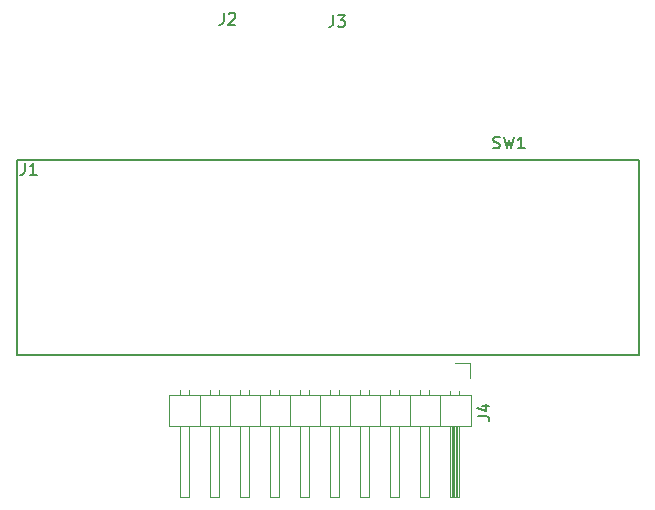
<source format=gbr>
G04 #@! TF.FileFunction,Legend,Top*
%FSLAX46Y46*%
G04 Gerber Fmt 4.6, Leading zero omitted, Abs format (unit mm)*
G04 Created by KiCad (PCBNEW 4.0.7-e2-6376~61~ubuntu18.04.1) date Fri Dec 20 20:00:32 2019*
%MOMM*%
%LPD*%
G01*
G04 APERTURE LIST*
%ADD10C,0.100000*%
%ADD11C,0.150000*%
%ADD12C,0.120000*%
G04 APERTURE END LIST*
D10*
D11*
X122080000Y-80535000D02*
X122080000Y-97045000D01*
X122080000Y-80535000D02*
X174780000Y-80535000D01*
X122080000Y-97045000D02*
X174780000Y-97045000D01*
X174785000Y-80535000D02*
X174785000Y-97035000D01*
D12*
X160524500Y-100436500D02*
X135004500Y-100436500D01*
X135004500Y-100436500D02*
X135004500Y-103096500D01*
X135004500Y-103096500D02*
X160524500Y-103096500D01*
X160524500Y-103096500D02*
X160524500Y-100436500D01*
X159574500Y-103096500D02*
X159574500Y-109096500D01*
X159574500Y-109096500D02*
X158814500Y-109096500D01*
X158814500Y-109096500D02*
X158814500Y-103096500D01*
X159514500Y-103096500D02*
X159514500Y-109096500D01*
X159394500Y-103096500D02*
X159394500Y-109096500D01*
X159274500Y-103096500D02*
X159274500Y-109096500D01*
X159154500Y-103096500D02*
X159154500Y-109096500D01*
X159034500Y-103096500D02*
X159034500Y-109096500D01*
X158914500Y-103096500D02*
X158914500Y-109096500D01*
X159574500Y-100106500D02*
X159574500Y-100436500D01*
X158814500Y-100106500D02*
X158814500Y-100436500D01*
X157924500Y-100436500D02*
X157924500Y-103096500D01*
X157034500Y-103096500D02*
X157034500Y-109096500D01*
X157034500Y-109096500D02*
X156274500Y-109096500D01*
X156274500Y-109096500D02*
X156274500Y-103096500D01*
X157034500Y-100039429D02*
X157034500Y-100436500D01*
X156274500Y-100039429D02*
X156274500Y-100436500D01*
X155384500Y-100436500D02*
X155384500Y-103096500D01*
X154494500Y-103096500D02*
X154494500Y-109096500D01*
X154494500Y-109096500D02*
X153734500Y-109096500D01*
X153734500Y-109096500D02*
X153734500Y-103096500D01*
X154494500Y-100039429D02*
X154494500Y-100436500D01*
X153734500Y-100039429D02*
X153734500Y-100436500D01*
X152844500Y-100436500D02*
X152844500Y-103096500D01*
X151954500Y-103096500D02*
X151954500Y-109096500D01*
X151954500Y-109096500D02*
X151194500Y-109096500D01*
X151194500Y-109096500D02*
X151194500Y-103096500D01*
X151954500Y-100039429D02*
X151954500Y-100436500D01*
X151194500Y-100039429D02*
X151194500Y-100436500D01*
X150304500Y-100436500D02*
X150304500Y-103096500D01*
X149414500Y-103096500D02*
X149414500Y-109096500D01*
X149414500Y-109096500D02*
X148654500Y-109096500D01*
X148654500Y-109096500D02*
X148654500Y-103096500D01*
X149414500Y-100039429D02*
X149414500Y-100436500D01*
X148654500Y-100039429D02*
X148654500Y-100436500D01*
X147764500Y-100436500D02*
X147764500Y-103096500D01*
X146874500Y-103096500D02*
X146874500Y-109096500D01*
X146874500Y-109096500D02*
X146114500Y-109096500D01*
X146114500Y-109096500D02*
X146114500Y-103096500D01*
X146874500Y-100039429D02*
X146874500Y-100436500D01*
X146114500Y-100039429D02*
X146114500Y-100436500D01*
X145224500Y-100436500D02*
X145224500Y-103096500D01*
X144334500Y-103096500D02*
X144334500Y-109096500D01*
X144334500Y-109096500D02*
X143574500Y-109096500D01*
X143574500Y-109096500D02*
X143574500Y-103096500D01*
X144334500Y-100039429D02*
X144334500Y-100436500D01*
X143574500Y-100039429D02*
X143574500Y-100436500D01*
X142684500Y-100436500D02*
X142684500Y-103096500D01*
X141794500Y-103096500D02*
X141794500Y-109096500D01*
X141794500Y-109096500D02*
X141034500Y-109096500D01*
X141034500Y-109096500D02*
X141034500Y-103096500D01*
X141794500Y-100039429D02*
X141794500Y-100436500D01*
X141034500Y-100039429D02*
X141034500Y-100436500D01*
X140144500Y-100436500D02*
X140144500Y-103096500D01*
X139254500Y-103096500D02*
X139254500Y-109096500D01*
X139254500Y-109096500D02*
X138494500Y-109096500D01*
X138494500Y-109096500D02*
X138494500Y-103096500D01*
X139254500Y-100039429D02*
X139254500Y-100436500D01*
X138494500Y-100039429D02*
X138494500Y-100436500D01*
X137604500Y-100436500D02*
X137604500Y-103096500D01*
X136714500Y-103096500D02*
X136714500Y-109096500D01*
X136714500Y-109096500D02*
X135954500Y-109096500D01*
X135954500Y-109096500D02*
X135954500Y-103096500D01*
X136714500Y-100039429D02*
X136714500Y-100436500D01*
X135954500Y-100039429D02*
X135954500Y-100436500D01*
X159194500Y-97726500D02*
X160464500Y-97726500D01*
X160464500Y-97726500D02*
X160464500Y-98996500D01*
D11*
X162433167Y-79525762D02*
X162576024Y-79573381D01*
X162814120Y-79573381D01*
X162909358Y-79525762D01*
X162956977Y-79478143D01*
X163004596Y-79382905D01*
X163004596Y-79287667D01*
X162956977Y-79192429D01*
X162909358Y-79144810D01*
X162814120Y-79097190D01*
X162623643Y-79049571D01*
X162528405Y-79001952D01*
X162480786Y-78954333D01*
X162433167Y-78859095D01*
X162433167Y-78763857D01*
X162480786Y-78668619D01*
X162528405Y-78621000D01*
X162623643Y-78573381D01*
X162861739Y-78573381D01*
X163004596Y-78621000D01*
X163337929Y-78573381D02*
X163576024Y-79573381D01*
X163766501Y-78859095D01*
X163956977Y-79573381D01*
X164195072Y-78573381D01*
X165099834Y-79573381D02*
X164528405Y-79573381D01*
X164814119Y-79573381D02*
X164814119Y-78573381D01*
X164718881Y-78716238D01*
X164623643Y-78811476D01*
X164528405Y-78859095D01*
X122793167Y-80795881D02*
X122793167Y-81510167D01*
X122745547Y-81653024D01*
X122650309Y-81748262D01*
X122507452Y-81795881D01*
X122412214Y-81795881D01*
X123793167Y-81795881D02*
X123221738Y-81795881D01*
X123507452Y-81795881D02*
X123507452Y-80795881D01*
X123412214Y-80938738D01*
X123316976Y-81033976D01*
X123221738Y-81081595D01*
X161123381Y-102250833D02*
X161837667Y-102250833D01*
X161980524Y-102298453D01*
X162075762Y-102393691D01*
X162123381Y-102536548D01*
X162123381Y-102631786D01*
X161456714Y-101346071D02*
X162123381Y-101346071D01*
X161075762Y-101584167D02*
X161790048Y-101822262D01*
X161790048Y-101203214D01*
X139620667Y-68095881D02*
X139620667Y-68810167D01*
X139573047Y-68953024D01*
X139477809Y-69048262D01*
X139334952Y-69095881D01*
X139239714Y-69095881D01*
X140049238Y-68191119D02*
X140096857Y-68143500D01*
X140192095Y-68095881D01*
X140430191Y-68095881D01*
X140525429Y-68143500D01*
X140573048Y-68191119D01*
X140620667Y-68286357D01*
X140620667Y-68381595D01*
X140573048Y-68524452D01*
X140001619Y-69095881D01*
X140620667Y-69095881D01*
X148891667Y-68286381D02*
X148891667Y-69000667D01*
X148844047Y-69143524D01*
X148748809Y-69238762D01*
X148605952Y-69286381D01*
X148510714Y-69286381D01*
X149272619Y-68286381D02*
X149891667Y-68286381D01*
X149558333Y-68667333D01*
X149701191Y-68667333D01*
X149796429Y-68714952D01*
X149844048Y-68762571D01*
X149891667Y-68857810D01*
X149891667Y-69095905D01*
X149844048Y-69191143D01*
X149796429Y-69238762D01*
X149701191Y-69286381D01*
X149415476Y-69286381D01*
X149320238Y-69238762D01*
X149272619Y-69191143D01*
M02*

</source>
